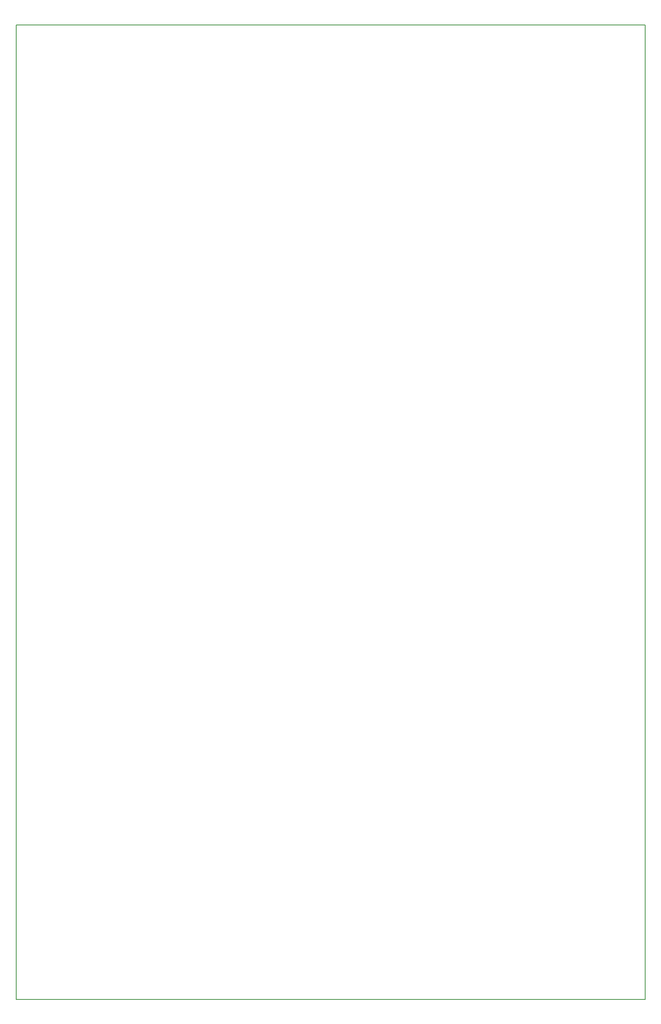
<source format=gbr>
G04 #@! TF.GenerationSoftware,KiCad,Pcbnew,(5.1.4)-1*
G04 #@! TF.CreationDate,2020-10-24T17:15:51+02:00*
G04 #@! TF.ProjectId,ts2,7473322e-6b69-4636-9164-5f7063625858,2.1*
G04 #@! TF.SameCoordinates,Original*
G04 #@! TF.FileFunction,Profile,NP*
%FSLAX46Y46*%
G04 Gerber Fmt 4.6, Leading zero omitted, Abs format (unit mm)*
G04 Created by KiCad (PCBNEW (5.1.4)-1) date 2020-10-24 17:15:51*
%MOMM*%
%LPD*%
G04 APERTURE LIST*
%ADD10C,0.150000*%
G04 APERTURE END LIST*
D10*
X157480000Y-223520000D02*
X157480000Y-15240000D01*
X22860000Y-223520000D02*
X22860000Y-15240000D01*
X22860000Y-223520000D02*
X157480000Y-223520000D01*
X149860000Y-15240000D02*
X157480000Y-15240000D01*
X22860000Y-15240000D02*
X149860000Y-15240000D01*
M02*

</source>
